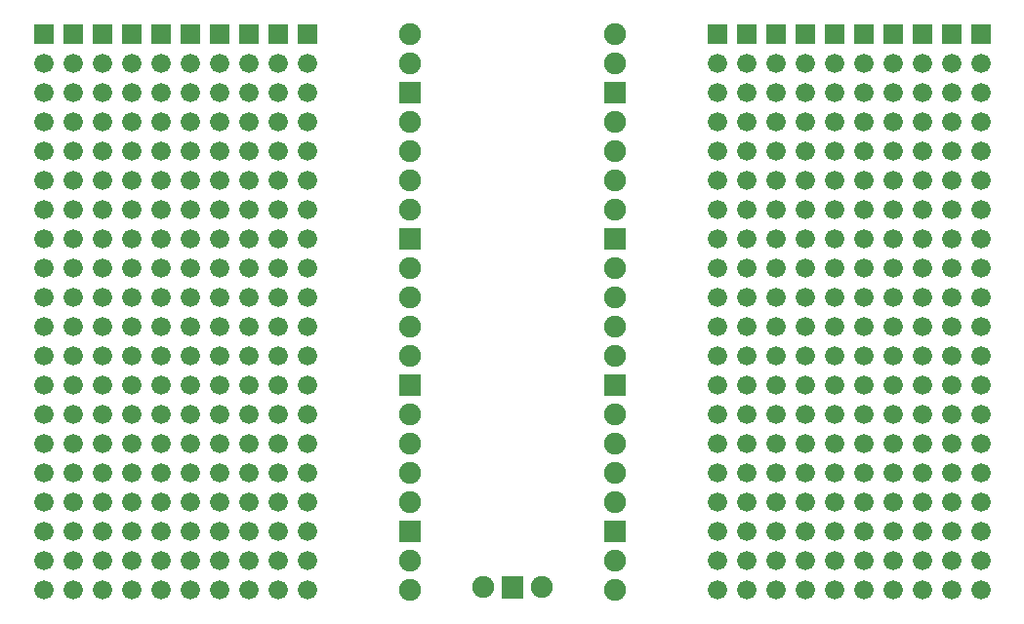
<source format=gbs>
G04 Layer: BottomSolderMaskLayer*
G04 EasyEDA v6.5.1, 2022-06-12 07:01:07*
G04 a67cddfb3fce44daa9051d46cbbcc19f,10*
G04 Gerber Generator version 0.2*
G04 Scale: 100 percent, Rotated: No, Reflected: No *
G04 Dimensions in inches *
G04 leading zeros omitted , absolute positions ,3 integer and 6 decimal *
%FSLAX36Y36*%
%MOIN*%

%ADD24C,0.0660*%
%ADD28C,0.0749*%

%LPD*%
D24*
G01*
X2200000Y450000D03*
G01*
X2200000Y550000D03*
G01*
X2200000Y650000D03*
G01*
X2200000Y750000D03*
G01*
X2200000Y850000D03*
G01*
X2200000Y950000D03*
G01*
X2200000Y1050000D03*
G01*
X2200000Y1150000D03*
G01*
X2200000Y1250000D03*
G01*
X2200000Y1350000D03*
G01*
X2200000Y1450000D03*
G01*
X2200000Y1550000D03*
G01*
X2200000Y1650000D03*
G01*
X2200000Y1750000D03*
G01*
X2200000Y1850000D03*
G01*
X2200000Y1950000D03*
G01*
X2200000Y2050000D03*
G01*
X2200000Y2150000D03*
G01*
X2200000Y2250000D03*
G36*
X2166999Y2316999D02*
G01*
X2166999Y2383000D01*
X2233000Y2383000D01*
X2233000Y2316999D01*
G37*
G01*
X2100000Y450000D03*
G01*
X2100000Y550000D03*
G01*
X2100000Y650000D03*
G01*
X2100000Y750000D03*
G01*
X2100000Y850000D03*
G01*
X2100000Y950000D03*
G01*
X2100000Y1050000D03*
G01*
X2100000Y1150000D03*
G01*
X2100000Y1250000D03*
G01*
X2100000Y1350000D03*
G01*
X2100000Y1450000D03*
G01*
X2100000Y1550000D03*
G01*
X2100000Y1650000D03*
G01*
X2100000Y1750000D03*
G01*
X2100000Y1850000D03*
G01*
X2100000Y1950000D03*
G01*
X2100000Y2050000D03*
G01*
X2100000Y2150000D03*
G01*
X2100000Y2250000D03*
G36*
X2066999Y2316999D02*
G01*
X2066999Y2383000D01*
X2133000Y2383000D01*
X2133000Y2316999D01*
G37*
G01*
X2000000Y450000D03*
G01*
X2000000Y550000D03*
G01*
X2000000Y650000D03*
G01*
X2000000Y750000D03*
G01*
X2000000Y850000D03*
G01*
X2000000Y950000D03*
G01*
X2000000Y1050000D03*
G01*
X2000000Y1150000D03*
G01*
X2000000Y1250000D03*
G01*
X2000000Y1350000D03*
G01*
X2000000Y1450000D03*
G01*
X2000000Y1550000D03*
G01*
X2000000Y1650000D03*
G01*
X2000000Y1750000D03*
G01*
X2000000Y1850000D03*
G01*
X2000000Y1950000D03*
G01*
X2000000Y2050000D03*
G01*
X2000000Y2150000D03*
G01*
X2000000Y2250000D03*
G36*
X1966999Y2316999D02*
G01*
X1966999Y2383000D01*
X2033000Y2383000D01*
X2033000Y2316999D01*
G37*
G01*
X1900000Y450000D03*
G01*
X1900000Y550000D03*
G01*
X1900000Y650000D03*
G01*
X1900000Y750000D03*
G01*
X1900000Y850000D03*
G01*
X1900000Y950000D03*
G01*
X1900000Y1050000D03*
G01*
X1900000Y1150000D03*
G01*
X1900000Y1250000D03*
G01*
X1900000Y1350000D03*
G01*
X1900000Y1450000D03*
G01*
X1900000Y1550000D03*
G01*
X1900000Y1650000D03*
G01*
X1900000Y1750000D03*
G01*
X1900000Y1850000D03*
G01*
X1900000Y1950000D03*
G01*
X1900000Y2050000D03*
G01*
X1900000Y2150000D03*
G01*
X1900000Y2250000D03*
G36*
X1866999Y2316999D02*
G01*
X1866999Y2383000D01*
X1933000Y2383000D01*
X1933000Y2316999D01*
G37*
G01*
X1800000Y450000D03*
G01*
X1800000Y550000D03*
G01*
X1800000Y650000D03*
G01*
X1800000Y750000D03*
G01*
X1800000Y850000D03*
G01*
X1800000Y950000D03*
G01*
X1800000Y1050000D03*
G01*
X1800000Y1150000D03*
G01*
X1800000Y1250000D03*
G01*
X1800000Y1350000D03*
G01*
X1800000Y1450000D03*
G01*
X1800000Y1550000D03*
G01*
X1800000Y1650000D03*
G01*
X1800000Y1750000D03*
G01*
X1800000Y1850000D03*
G01*
X1800000Y1950000D03*
G01*
X1800000Y2050000D03*
G01*
X1800000Y2150000D03*
G01*
X1800000Y2250000D03*
G36*
X1766999Y2316999D02*
G01*
X1766999Y2383000D01*
X1833000Y2383000D01*
X1833000Y2316999D01*
G37*
G01*
X1700000Y450000D03*
G01*
X1700000Y550000D03*
G01*
X1700000Y650000D03*
G01*
X1700000Y750000D03*
G01*
X1700000Y850000D03*
G01*
X1700000Y950000D03*
G01*
X1700000Y1050000D03*
G01*
X1700000Y1150000D03*
G01*
X1700000Y1250000D03*
G01*
X1700000Y1350000D03*
G01*
X1700000Y1450000D03*
G01*
X1700000Y1550000D03*
G01*
X1700000Y1650000D03*
G01*
X1700000Y1750000D03*
G01*
X1700000Y1850000D03*
G01*
X1700000Y1950000D03*
G01*
X1700000Y2050000D03*
G01*
X1700000Y2150000D03*
G01*
X1700000Y2250000D03*
G36*
X1666999Y2316999D02*
G01*
X1666999Y2383000D01*
X1733000Y2383000D01*
X1733000Y2316999D01*
G37*
G01*
X1600000Y450000D03*
G01*
X1600000Y550000D03*
G01*
X1600000Y650000D03*
G01*
X1600000Y750000D03*
G01*
X1600000Y850000D03*
G01*
X1600000Y950000D03*
G01*
X1600000Y1050000D03*
G01*
X1600000Y1150000D03*
G01*
X1600000Y1250000D03*
G01*
X1600000Y1350000D03*
G01*
X1600000Y1450000D03*
G01*
X1600000Y1550000D03*
G01*
X1600000Y1650000D03*
G01*
X1600000Y1750000D03*
G01*
X1600000Y1850000D03*
G01*
X1600000Y1950000D03*
G01*
X1600000Y2050000D03*
G01*
X1600000Y2150000D03*
G01*
X1600000Y2250000D03*
G36*
X1566999Y2316999D02*
G01*
X1566999Y2383000D01*
X1633000Y2383000D01*
X1633000Y2316999D01*
G37*
G01*
X1500000Y450000D03*
G01*
X1500000Y550000D03*
G01*
X1500000Y650000D03*
G01*
X1500000Y750000D03*
G01*
X1500000Y850000D03*
G01*
X1500000Y950000D03*
G01*
X1500000Y1050000D03*
G01*
X1500000Y1150000D03*
G01*
X1500000Y1250000D03*
G01*
X1500000Y1350000D03*
G01*
X1500000Y1450000D03*
G01*
X1500000Y1550000D03*
G01*
X1500000Y1650000D03*
G01*
X1500000Y1750000D03*
G01*
X1500000Y1850000D03*
G01*
X1500000Y1950000D03*
G01*
X1500000Y2050000D03*
G01*
X1500000Y2150000D03*
G01*
X1500000Y2250000D03*
G36*
X1466999Y2316999D02*
G01*
X1466999Y2383000D01*
X1533000Y2383000D01*
X1533000Y2316999D01*
G37*
G01*
X1400000Y450000D03*
G01*
X1400000Y550000D03*
G01*
X1400000Y650000D03*
G01*
X1400000Y750000D03*
G01*
X1400000Y850000D03*
G01*
X1400000Y950000D03*
G01*
X1400000Y1050000D03*
G01*
X1400000Y1150000D03*
G01*
X1400000Y1250000D03*
G01*
X1400000Y1350000D03*
G01*
X1400000Y1450000D03*
G01*
X1400000Y1550000D03*
G01*
X1400000Y1650000D03*
G01*
X1400000Y1750000D03*
G01*
X1400000Y1850000D03*
G01*
X1400000Y1950000D03*
G01*
X1400000Y2050000D03*
G01*
X1400000Y2150000D03*
G01*
X1400000Y2250000D03*
G36*
X1366999Y2316999D02*
G01*
X1366999Y2383000D01*
X1433000Y2383000D01*
X1433000Y2316999D01*
G37*
G01*
X1300000Y450000D03*
G01*
X1300000Y550000D03*
G01*
X1300000Y650000D03*
G01*
X1300000Y750000D03*
G01*
X1300000Y850000D03*
G01*
X1300000Y950000D03*
G01*
X1300000Y1050000D03*
G01*
X1300000Y1150000D03*
G01*
X1300000Y1250000D03*
G01*
X1300000Y1350000D03*
G01*
X1300000Y1450000D03*
G01*
X1300000Y1550000D03*
G01*
X1300000Y1650000D03*
G01*
X1300000Y1750000D03*
G01*
X1300000Y1850000D03*
G01*
X1300000Y1950000D03*
G01*
X1300000Y2050000D03*
G01*
X1300000Y2150000D03*
G01*
X1300000Y2250000D03*
G36*
X1266999Y2316999D02*
G01*
X1266999Y2383000D01*
X1333000Y2383000D01*
X1333000Y2316999D01*
G37*
G01*
X3600000Y450000D03*
G01*
X3600000Y550000D03*
G01*
X3600000Y650000D03*
G01*
X3600000Y750000D03*
G01*
X3600000Y850000D03*
G01*
X3600000Y950000D03*
G01*
X3600000Y1050000D03*
G01*
X3600000Y1150000D03*
G01*
X3600000Y1250000D03*
G01*
X3600000Y1350000D03*
G01*
X3600000Y1450000D03*
G01*
X3600000Y1550000D03*
G01*
X3600000Y1650000D03*
G01*
X3600000Y1750000D03*
G01*
X3600000Y1850000D03*
G01*
X3600000Y1950000D03*
G01*
X3600000Y2050000D03*
G01*
X3600000Y2150000D03*
G01*
X3600000Y2250000D03*
G36*
X3566999Y2316999D02*
G01*
X3566999Y2383000D01*
X3633000Y2383000D01*
X3633000Y2316999D01*
G37*
G01*
X3700000Y450000D03*
G01*
X3700000Y550000D03*
G01*
X3700000Y650000D03*
G01*
X3700000Y750000D03*
G01*
X3700000Y850000D03*
G01*
X3700000Y950000D03*
G01*
X3700000Y1050000D03*
G01*
X3700000Y1150000D03*
G01*
X3700000Y1250000D03*
G01*
X3700000Y1350000D03*
G01*
X3700000Y1450000D03*
G01*
X3700000Y1550000D03*
G01*
X3700000Y1650000D03*
G01*
X3700000Y1750000D03*
G01*
X3700000Y1850000D03*
G01*
X3700000Y1950000D03*
G01*
X3700000Y2050000D03*
G01*
X3700000Y2150000D03*
G01*
X3700000Y2250000D03*
G36*
X3666999Y2316999D02*
G01*
X3666999Y2383000D01*
X3733000Y2383000D01*
X3733000Y2316999D01*
G37*
G01*
X3800000Y450000D03*
G01*
X3800000Y550000D03*
G01*
X3800000Y650000D03*
G01*
X3800000Y750000D03*
G01*
X3800000Y850000D03*
G01*
X3800000Y950000D03*
G01*
X3800000Y1050000D03*
G01*
X3800000Y1150000D03*
G01*
X3800000Y1250000D03*
G01*
X3800000Y1350000D03*
G01*
X3800000Y1450000D03*
G01*
X3800000Y1550000D03*
G01*
X3800000Y1650000D03*
G01*
X3800000Y1750000D03*
G01*
X3800000Y1850000D03*
G01*
X3800000Y1950000D03*
G01*
X3800000Y2050000D03*
G01*
X3800000Y2150000D03*
G01*
X3800000Y2250000D03*
G36*
X3766999Y2316999D02*
G01*
X3766999Y2383000D01*
X3833000Y2383000D01*
X3833000Y2316999D01*
G37*
G01*
X3900000Y450000D03*
G01*
X3900000Y550000D03*
G01*
X3900000Y650000D03*
G01*
X3900000Y750000D03*
G01*
X3900000Y850000D03*
G01*
X3900000Y950000D03*
G01*
X3900000Y1050000D03*
G01*
X3900000Y1150000D03*
G01*
X3900000Y1250000D03*
G01*
X3900000Y1350000D03*
G01*
X3900000Y1450000D03*
G01*
X3900000Y1550000D03*
G01*
X3900000Y1650000D03*
G01*
X3900000Y1750000D03*
G01*
X3900000Y1850000D03*
G01*
X3900000Y1950000D03*
G01*
X3900000Y2050000D03*
G01*
X3900000Y2150000D03*
G01*
X3900000Y2250000D03*
G36*
X3866999Y2316999D02*
G01*
X3866999Y2383000D01*
X3933000Y2383000D01*
X3933000Y2316999D01*
G37*
G01*
X4000000Y450000D03*
G01*
X4000000Y550000D03*
G01*
X4000000Y650000D03*
G01*
X4000000Y750000D03*
G01*
X4000000Y850000D03*
G01*
X4000000Y950000D03*
G01*
X4000000Y1050000D03*
G01*
X4000000Y1150000D03*
G01*
X4000000Y1250000D03*
G01*
X4000000Y1350000D03*
G01*
X4000000Y1450000D03*
G01*
X4000000Y1550000D03*
G01*
X4000000Y1650000D03*
G01*
X4000000Y1750000D03*
G01*
X4000000Y1850000D03*
G01*
X4000000Y1950000D03*
G01*
X4000000Y2050000D03*
G01*
X4000000Y2150000D03*
G01*
X4000000Y2250000D03*
G36*
X3966999Y2316999D02*
G01*
X3966999Y2383000D01*
X4033000Y2383000D01*
X4033000Y2316999D01*
G37*
G01*
X4100000Y450000D03*
G01*
X4100000Y550000D03*
G01*
X4100000Y650000D03*
G01*
X4100000Y750000D03*
G01*
X4100000Y850000D03*
G01*
X4100000Y950000D03*
G01*
X4100000Y1050000D03*
G01*
X4100000Y1150000D03*
G01*
X4100000Y1250000D03*
G01*
X4100000Y1350000D03*
G01*
X4100000Y1450000D03*
G01*
X4100000Y1550000D03*
G01*
X4100000Y1650000D03*
G01*
X4100000Y1750000D03*
G01*
X4100000Y1850000D03*
G01*
X4100000Y1950000D03*
G01*
X4100000Y2050000D03*
G01*
X4100000Y2150000D03*
G01*
X4100000Y2250000D03*
G36*
X4066999Y2316999D02*
G01*
X4066999Y2383000D01*
X4133000Y2383000D01*
X4133000Y2316999D01*
G37*
G01*
X4200000Y450000D03*
G01*
X4200000Y550000D03*
G01*
X4200000Y650000D03*
G01*
X4200000Y750000D03*
G01*
X4200000Y850000D03*
G01*
X4200000Y950000D03*
G01*
X4200000Y1050000D03*
G01*
X4200000Y1150000D03*
G01*
X4200000Y1250000D03*
G01*
X4200000Y1350000D03*
G01*
X4200000Y1450000D03*
G01*
X4200000Y1550000D03*
G01*
X4200000Y1650000D03*
G01*
X4200000Y1750000D03*
G01*
X4200000Y1850000D03*
G01*
X4200000Y1950000D03*
G01*
X4200000Y2050000D03*
G01*
X4200000Y2150000D03*
G01*
X4200000Y2250000D03*
G36*
X4166999Y2316999D02*
G01*
X4166999Y2383000D01*
X4233000Y2383000D01*
X4233000Y2316999D01*
G37*
G01*
X4300000Y450000D03*
G01*
X4300000Y550000D03*
G01*
X4300000Y650000D03*
G01*
X4300000Y750000D03*
G01*
X4300000Y850000D03*
G01*
X4300000Y950000D03*
G01*
X4300000Y1050000D03*
G01*
X4300000Y1150000D03*
G01*
X4300000Y1250000D03*
G01*
X4300000Y1350000D03*
G01*
X4300000Y1450000D03*
G01*
X4300000Y1550000D03*
G01*
X4300000Y1650000D03*
G01*
X4300000Y1750000D03*
G01*
X4300000Y1850000D03*
G01*
X4300000Y1950000D03*
G01*
X4300000Y2050000D03*
G01*
X4300000Y2150000D03*
G01*
X4300000Y2250000D03*
G36*
X4266999Y2316999D02*
G01*
X4266999Y2383000D01*
X4333000Y2383000D01*
X4333000Y2316999D01*
G37*
G01*
X4400000Y450000D03*
G01*
X4400000Y550000D03*
G01*
X4400000Y650000D03*
G01*
X4400000Y750000D03*
G01*
X4400000Y850000D03*
G01*
X4400000Y950000D03*
G01*
X4400000Y1050000D03*
G01*
X4400000Y1150000D03*
G01*
X4400000Y1250000D03*
G01*
X4400000Y1350000D03*
G01*
X4400000Y1450000D03*
G01*
X4400000Y1550000D03*
G01*
X4400000Y1650000D03*
G01*
X4400000Y1750000D03*
G01*
X4400000Y1850000D03*
G01*
X4400000Y1950000D03*
G01*
X4400000Y2050000D03*
G01*
X4400000Y2150000D03*
G01*
X4400000Y2250000D03*
G36*
X4366999Y2316999D02*
G01*
X4366999Y2383000D01*
X4433000Y2383000D01*
X4433000Y2316999D01*
G37*
G01*
X4500000Y450000D03*
G01*
X4500000Y550000D03*
G01*
X4500000Y650000D03*
G01*
X4500000Y750000D03*
G01*
X4500000Y850000D03*
G01*
X4500000Y950000D03*
G01*
X4500000Y1050000D03*
G01*
X4500000Y1150000D03*
G01*
X4500000Y1250000D03*
G01*
X4500000Y1350000D03*
G01*
X4500000Y1450000D03*
G01*
X4500000Y1550000D03*
G01*
X4500000Y1650000D03*
G01*
X4500000Y1750000D03*
G01*
X4500000Y1850000D03*
G01*
X4500000Y1950000D03*
G01*
X4500000Y2050000D03*
G01*
X4500000Y2150000D03*
G01*
X4500000Y2250000D03*
G36*
X4466999Y2316999D02*
G01*
X4466999Y2383000D01*
X4533000Y2383000D01*
X4533000Y2316999D01*
G37*
D28*
G01*
X2550000Y2350000D03*
G01*
X2550000Y2250000D03*
G36*
X2512500Y2112500D02*
G01*
X2512500Y2187500D01*
X2587500Y2187500D01*
X2587500Y2112500D01*
G37*
G01*
X2550000Y2050000D03*
G01*
X2550000Y1950000D03*
G01*
X2550000Y1850000D03*
G01*
X2550000Y1750000D03*
G36*
X2512500Y1612500D02*
G01*
X2512500Y1687500D01*
X2587500Y1687500D01*
X2587500Y1612500D01*
G37*
G01*
X2550000Y1550000D03*
G01*
X2550000Y1450000D03*
G01*
X2550000Y1350000D03*
G01*
X2550000Y1250000D03*
G36*
X2512500Y1112500D02*
G01*
X2512500Y1187500D01*
X2587500Y1187500D01*
X2587500Y1112500D01*
G37*
G01*
X2550000Y1050000D03*
G01*
X2550000Y950000D03*
G01*
X2550000Y850000D03*
G01*
X2550000Y750000D03*
G36*
X2512500Y612500D02*
G01*
X2512500Y687500D01*
X2587500Y687500D01*
X2587500Y612500D01*
G37*
G01*
X2550000Y550000D03*
G01*
X2550000Y450000D03*
G01*
X3250000Y450000D03*
G01*
X3250000Y550000D03*
G36*
X3212500Y612500D02*
G01*
X3212500Y687500D01*
X3287500Y687500D01*
X3287500Y612500D01*
G37*
G01*
X3250000Y750000D03*
G01*
X3250000Y850000D03*
G01*
X3250000Y950000D03*
G01*
X3250000Y1050000D03*
G36*
X3212500Y1112500D02*
G01*
X3212500Y1187500D01*
X3287500Y1187500D01*
X3287500Y1112500D01*
G37*
G01*
X3250000Y1250000D03*
G01*
X3250000Y1350000D03*
G01*
X3250000Y1450000D03*
G01*
X3250000Y1550000D03*
G36*
X3212500Y1612500D02*
G01*
X3212500Y1687500D01*
X3287500Y1687500D01*
X3287500Y1612500D01*
G37*
G01*
X3250000Y1750000D03*
G01*
X3250000Y1850000D03*
G01*
X3250000Y1950000D03*
G01*
X3250000Y2050000D03*
G36*
X3212500Y2112500D02*
G01*
X3212500Y2187500D01*
X3287500Y2187500D01*
X3287500Y2112500D01*
G37*
G01*
X3250000Y2250000D03*
G01*
X3250000Y2350000D03*
G01*
X2800000Y459059D03*
G36*
X2862500Y421599D02*
G01*
X2862500Y496500D01*
X2937500Y496500D01*
X2937500Y421599D01*
G37*
G01*
X3000000Y459059D03*
M02*

</source>
